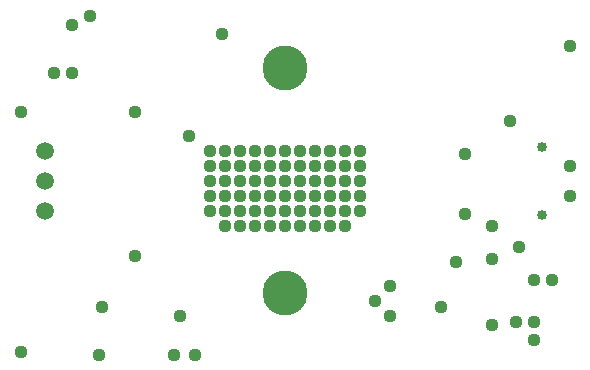
<source format=gbs>
G75*
%MOIN*%
%OFA0B0*%
%FSLAX25Y25*%
%IPPOS*%
%LPD*%
%AMOC8*
5,1,8,0,0,1.08239X$1,22.5*
%
%ADD10C,0.03359*%
%ADD11C,0.05950*%
%ADD12C,0.14973*%
%ADD13C,0.04369*%
D10*
X0197009Y0054622D03*
X0197009Y0077378D03*
D11*
X0031320Y0076000D03*
X0031320Y0066000D03*
X0031320Y0056000D03*
D12*
X0111320Y0028500D03*
X0111320Y0103500D03*
D13*
X0023320Y0009000D03*
X0049320Y0008000D03*
X0074320Y0008000D03*
X0081320Y0008000D03*
X0076320Y0021000D03*
X0050320Y0024000D03*
X0061320Y0041000D03*
X0086320Y0056000D03*
X0091320Y0056000D03*
X0096320Y0056000D03*
X0101320Y0056000D03*
X0106320Y0056000D03*
X0111320Y0056000D03*
X0116320Y0056000D03*
X0121320Y0056000D03*
X0126320Y0056000D03*
X0131320Y0056000D03*
X0136320Y0056000D03*
X0136320Y0061000D03*
X0131320Y0061000D03*
X0126320Y0061000D03*
X0121320Y0061000D03*
X0116320Y0061000D03*
X0111320Y0061000D03*
X0106320Y0061000D03*
X0101320Y0061000D03*
X0096320Y0061000D03*
X0091320Y0061000D03*
X0086320Y0061000D03*
X0086320Y0066000D03*
X0091320Y0066000D03*
X0096320Y0066000D03*
X0101320Y0066000D03*
X0106320Y0066000D03*
X0111320Y0066000D03*
X0116320Y0066000D03*
X0121320Y0066000D03*
X0126320Y0066000D03*
X0131320Y0066000D03*
X0136320Y0066000D03*
X0136320Y0071000D03*
X0131320Y0071000D03*
X0126320Y0071000D03*
X0121320Y0071000D03*
X0116320Y0071000D03*
X0111320Y0071000D03*
X0106320Y0071000D03*
X0101320Y0071000D03*
X0096320Y0071000D03*
X0091320Y0071000D03*
X0086320Y0071000D03*
X0086320Y0076000D03*
X0091320Y0076000D03*
X0096320Y0076000D03*
X0101320Y0076000D03*
X0106320Y0076000D03*
X0111320Y0076000D03*
X0116320Y0076000D03*
X0121320Y0076000D03*
X0126320Y0076000D03*
X0131320Y0076000D03*
X0136320Y0076000D03*
X0171320Y0075000D03*
X0186320Y0086000D03*
X0206320Y0071000D03*
X0206320Y0061000D03*
X0180320Y0051000D03*
X0171320Y0055000D03*
X0189320Y0044000D03*
X0180320Y0040000D03*
X0168320Y0039000D03*
X0146320Y0031000D03*
X0141320Y0026000D03*
X0146320Y0021000D03*
X0163320Y0024000D03*
X0180320Y0018000D03*
X0188320Y0019000D03*
X0194320Y0019000D03*
X0194320Y0013000D03*
X0194320Y0033000D03*
X0200320Y0033000D03*
X0131320Y0051000D03*
X0126320Y0051000D03*
X0121320Y0051000D03*
X0116320Y0051000D03*
X0111320Y0051000D03*
X0106320Y0051000D03*
X0101320Y0051000D03*
X0096320Y0051000D03*
X0091320Y0051000D03*
X0079320Y0081000D03*
X0061320Y0089000D03*
X0040320Y0102000D03*
X0034320Y0102000D03*
X0023320Y0089000D03*
X0040320Y0118000D03*
X0046320Y0121000D03*
X0090320Y0115000D03*
X0206320Y0111000D03*
M02*

</source>
